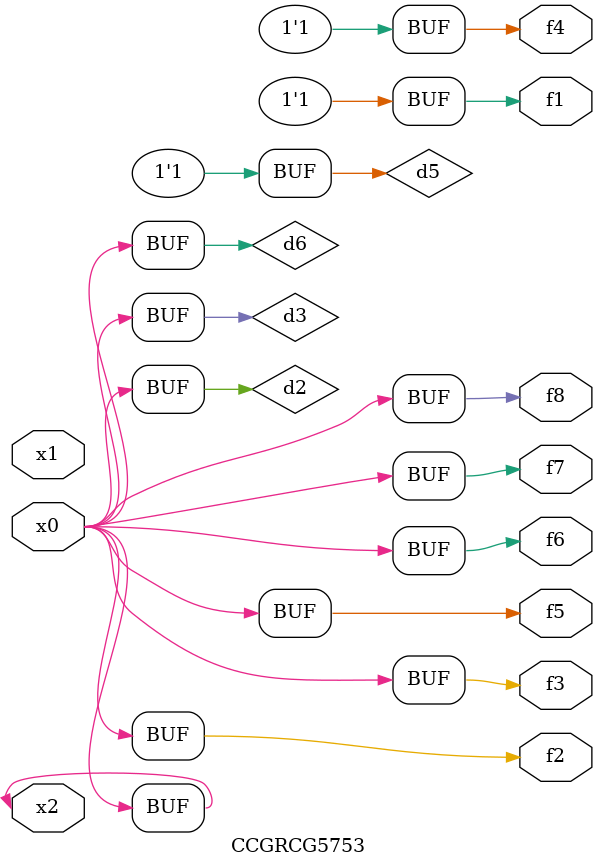
<source format=v>
module CCGRCG5753(
	input x0, x1, x2,
	output f1, f2, f3, f4, f5, f6, f7, f8
);

	wire d1, d2, d3, d4, d5, d6;

	xnor (d1, x2);
	buf (d2, x0, x2);
	and (d3, x0);
	xnor (d4, x1, x2);
	nand (d5, d1, d3);
	buf (d6, d2, d3);
	assign f1 = d5;
	assign f2 = d6;
	assign f3 = d6;
	assign f4 = d5;
	assign f5 = d6;
	assign f6 = d6;
	assign f7 = d6;
	assign f8 = d6;
endmodule

</source>
